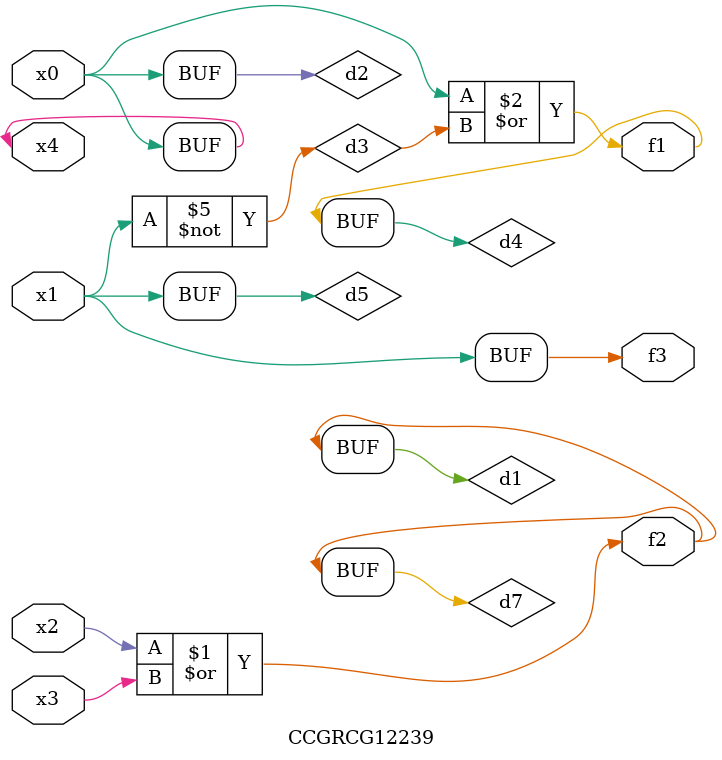
<source format=v>
module CCGRCG12239(
	input x0, x1, x2, x3, x4,
	output f1, f2, f3
);

	wire d1, d2, d3, d4, d5, d6, d7;

	or (d1, x2, x3);
	buf (d2, x0, x4);
	not (d3, x1);
	or (d4, d2, d3);
	not (d5, d3);
	nand (d6, d1, d3);
	or (d7, d1);
	assign f1 = d4;
	assign f2 = d7;
	assign f3 = d5;
endmodule

</source>
